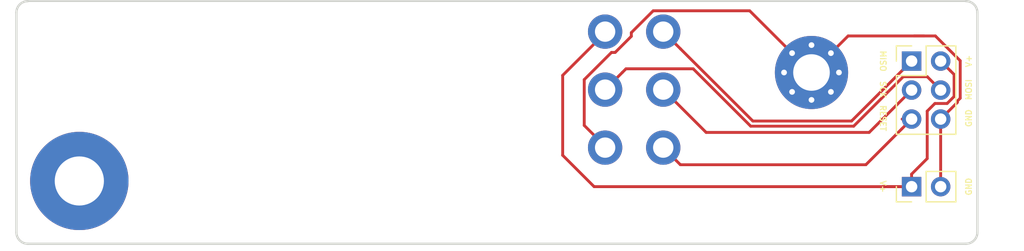
<source format=kicad_pcb>
(kicad_pcb (version 20171130) (host pcbnew 5.0.2+dfsg1-1~bpo9+1)

  (general
    (thickness 1.6)
    (drawings 16)
    (tracks 56)
    (zones 0)
    (modules 5)
    (nets 8)
  )

  (page A4)
  (layers
    (0 F.Cu signal)
    (31 B.Cu signal)
    (32 B.Adhes user)
    (33 F.Adhes user)
    (34 B.Paste user)
    (35 F.Paste user)
    (36 B.SilkS user)
    (37 F.SilkS user)
    (38 B.Mask user)
    (39 F.Mask user)
    (40 Dwgs.User user)
    (41 Cmts.User user)
    (42 Eco1.User user)
    (43 Eco2.User user)
    (44 Edge.Cuts user)
    (45 Margin user)
    (46 B.CrtYd user)
    (47 F.CrtYd user)
    (48 B.Fab user)
    (49 F.Fab user)
  )

  (setup
    (last_trace_width 0.25)
    (trace_clearance 0.2)
    (zone_clearance 0.508)
    (zone_45_only no)
    (trace_min 0.1524)
    (segment_width 0.2)
    (edge_width 0.2)
    (via_size 0.8)
    (via_drill 0.4)
    (via_min_size 0.381)
    (via_min_drill 0.254)
    (uvia_size 0.3)
    (uvia_drill 0.1)
    (uvias_allowed no)
    (uvia_min_size 0.2)
    (uvia_min_drill 0.1)
    (pcb_text_width 0.3)
    (pcb_text_size 1.5 1.5)
    (mod_edge_width 0.15)
    (mod_text_size 1 1)
    (mod_text_width 0.15)
    (pad_size 1.524 1.524)
    (pad_drill 0.762)
    (pad_to_mask_clearance 0.051)
    (solder_mask_min_width 0.25)
    (aux_axis_origin 0 0)
    (visible_elements FFFFFF7F)
    (pcbplotparams
      (layerselection 0x010fc_ffffffff)
      (usegerberextensions false)
      (usegerberattributes false)
      (usegerberadvancedattributes false)
      (creategerberjobfile false)
      (excludeedgelayer true)
      (linewidth 0.100000)
      (plotframeref false)
      (viasonmask false)
      (mode 1)
      (useauxorigin false)
      (hpglpennumber 1)
      (hpglpenspeed 20)
      (hpglpendiameter 15.000000)
      (psnegative false)
      (psa4output false)
      (plotreference true)
      (plotvalue true)
      (plotinvisibletext false)
      (padsonsilk false)
      (subtractmaskfromsilk false)
      (outputformat 1)
      (mirror false)
      (drillshape 1)
      (scaleselection 1)
      (outputdirectory ""))
  )

  (net 0 "")
  (net 1 GND)
  (net 2 /MOSI)
  (net 3 /MISO)
  (net 4 /SCK)
  (net 5 /RESET)
  (net 6 +12V)
  (net 7 /+5V)

  (net_class Default "This is the default net class."
    (clearance 0.2)
    (trace_width 0.25)
    (via_dia 0.8)
    (via_drill 0.4)
    (uvia_dia 0.3)
    (uvia_drill 0.1)
    (add_net /+5V)
    (add_net /MISO)
    (add_net /MOSI)
    (add_net /RESET)
    (add_net /SCK)
    (add_net GND)
  )

  (net_class Power ""
    (clearance 0.4)
    (trace_width 0.5)
    (via_dia 0.8)
    (via_drill 0.4)
    (uvia_dia 0.3)
    (uvia_drill 0.1)
    (add_net +12V)
  )

  (net_class QFN-to-QFP ""
    (clearance 0.16)
    (trace_width 0.2)
    (via_dia 0.8)
    (via_drill 0.4)
    (uvia_dia 0.3)
    (uvia_drill 0.1)
  )

  (module MountingHole:MountingHole_3.2mm_M3_Pad_Via (layer F.Cu) (tedit 5C65C080) (tstamp 5C4C735C)
    (at 108 58)
    (descr "Mounting Hole 3.2mm, M3")
    (tags "mounting hole 3.2mm m3")
    (path /5BEF44E7)
    (attr virtual)
    (fp_text reference H1 (at 0 -4.2) (layer F.SilkS) hide
      (effects (font (size 1 1) (thickness 0.15)))
    )
    (fp_text value MountingHole_Pad (at 0 4.2) (layer F.Fab)
      (effects (font (size 1 1) (thickness 0.15)))
    )
    (fp_text user %R (at 0.3 0) (layer F.Fab)
      (effects (font (size 1 1) (thickness 0.15)))
    )
    (fp_circle (center 0 0) (end 3.2 0) (layer Cmts.User) (width 0.15))
    (fp_circle (center 0 0) (end 3.45 0) (layer F.CrtYd) (width 0.05))
    (pad 1 thru_hole circle (at 0 0) (size 6.4 6.4) (drill 3.2) (layers *.Cu *.Mask)
      (net 1 GND))
    (pad 1 thru_hole circle (at 2.4 0) (size 0.8 0.8) (drill 0.5) (layers *.Cu *.Mask)
      (net 1 GND))
    (pad 1 thru_hole circle (at 1.697056 1.697056) (size 0.8 0.8) (drill 0.5) (layers *.Cu *.Mask)
      (net 1 GND))
    (pad 1 thru_hole circle (at 0 2.4) (size 0.8 0.8) (drill 0.5) (layers *.Cu *.Mask)
      (net 1 GND))
    (pad 1 thru_hole circle (at -1.697056 1.697056) (size 0.8 0.8) (drill 0.5) (layers *.Cu *.Mask)
      (net 1 GND))
    (pad 1 thru_hole circle (at -2.4 0) (size 0.8 0.8) (drill 0.5) (layers *.Cu *.Mask)
      (net 1 GND))
    (pad 1 thru_hole circle (at -1.697056 -1.697056) (size 0.8 0.8) (drill 0.5) (layers *.Cu *.Mask)
      (net 1 GND))
    (pad 1 thru_hole circle (at 0 -2.4) (size 0.8 0.8) (drill 0.5) (layers *.Cu *.Mask)
      (net 1 GND))
    (pad 1 thru_hole circle (at 1.697056 -1.697056) (size 0.8 0.8) (drill 0.5) (layers *.Cu *.Mask)
      (net 1 GND))
  )

  (module MountingHole:MountingHole_4.3mm_M4_Pad (layer F.Cu) (tedit 5C4A370C) (tstamp 5C56F3DF)
    (at 44 67.5)
    (descr "Mounting Hole 4.3mm, M4")
    (tags "mounting hole 4.3mm m4")
    (path /5C18E77E)
    (attr virtual)
    (fp_text reference H2 (at 0 -5.3) (layer F.SilkS) hide
      (effects (font (size 1 1) (thickness 0.15)))
    )
    (fp_text value MountingHole_Pad (at 0 5.3) (layer F.Fab)
      (effects (font (size 1 1) (thickness 0.15)))
    )
    (fp_text user %R (at 0.3 0) (layer F.Fab)
      (effects (font (size 1 1) (thickness 0.15)))
    )
    (fp_circle (center 0 0) (end 4.3 0) (layer Cmts.User) (width 0.15))
    (fp_circle (center 0 0) (end 4.55 0) (layer F.CrtYd) (width 0.05))
    (pad 1 thru_hole circle (at 0 0) (size 8.6 8.6) (drill 4.3) (layers *.Cu *.Mask)
      (net 6 +12V))
  )

  (module Connector_PinHeader_2.54mm:PinHeader_2x03_P2.54mm_Vertical (layer F.Cu) (tedit 5C5E4EE7) (tstamp 5C5E0A2E)
    (at 116.75 57)
    (descr "Through hole straight pin header, 2x03, 2.54mm pitch, double rows")
    (tags "Through hole pin header THT 2x03 2.54mm double row")
    (path /5C64F79C)
    (fp_text reference J_PROGRAMMER_1 (at 1.27 -2.33) (layer F.Fab)
      (effects (font (size 1 1) (thickness 0.15)))
    )
    (fp_text value Conn_02x03_Odd_Even (at 1.27 7.41) (layer F.Fab)
      (effects (font (size 1 1) (thickness 0.15)))
    )
    (fp_line (start 0 -1.27) (end 3.81 -1.27) (layer F.Fab) (width 0.1))
    (fp_line (start 3.81 -1.27) (end 3.81 6.35) (layer F.Fab) (width 0.1))
    (fp_line (start 3.81 6.35) (end -1.27 6.35) (layer F.Fab) (width 0.1))
    (fp_line (start -1.27 6.35) (end -1.27 0) (layer F.Fab) (width 0.1))
    (fp_line (start -1.27 0) (end 0 -1.27) (layer F.Fab) (width 0.1))
    (fp_line (start -1.33 6.41) (end 3.87 6.41) (layer F.SilkS) (width 0.12))
    (fp_line (start -1.33 1.27) (end -1.33 6.41) (layer F.SilkS) (width 0.12))
    (fp_line (start 3.87 -1.33) (end 3.87 6.41) (layer F.SilkS) (width 0.12))
    (fp_line (start -1.33 1.27) (end 1.27 1.27) (layer F.SilkS) (width 0.12))
    (fp_line (start 1.27 1.27) (end 1.27 -1.33) (layer F.SilkS) (width 0.12))
    (fp_line (start 1.27 -1.33) (end 3.87 -1.33) (layer F.SilkS) (width 0.12))
    (fp_line (start -1.33 0) (end -1.33 -1.33) (layer F.SilkS) (width 0.12))
    (fp_line (start -1.33 -1.33) (end 0 -1.33) (layer F.SilkS) (width 0.12))
    (fp_line (start -1.8 -1.8) (end -1.8 6.85) (layer F.CrtYd) (width 0.05))
    (fp_line (start -1.8 6.85) (end 4.35 6.85) (layer F.CrtYd) (width 0.05))
    (fp_line (start 4.35 6.85) (end 4.35 -1.8) (layer F.CrtYd) (width 0.05))
    (fp_line (start 4.35 -1.8) (end -1.8 -1.8) (layer F.CrtYd) (width 0.05))
    (fp_text user %R (at 1.27 2.54 90) (layer F.Fab)
      (effects (font (size 1 1) (thickness 0.15)))
    )
    (pad 1 thru_hole rect (at 0 0) (size 1.7 1.7) (drill 1) (layers *.Cu *.Mask)
      (net 3 /MISO))
    (pad 2 thru_hole oval (at 2.54 0) (size 1.7 1.7) (drill 1) (layers *.Cu *.Mask)
      (net 7 /+5V))
    (pad 3 thru_hole oval (at 0 2.54) (size 1.7 1.7) (drill 1) (layers *.Cu *.Mask)
      (net 4 /SCK))
    (pad 4 thru_hole oval (at 2.54 2.54) (size 1.7 1.7) (drill 1) (layers *.Cu *.Mask)
      (net 2 /MOSI))
    (pad 5 thru_hole oval (at 0 5.08) (size 1.7 1.7) (drill 1) (layers *.Cu *.Mask)
      (net 5 /RESET))
    (pad 6 thru_hole oval (at 2.54 5.08) (size 1.7 1.7) (drill 1) (layers *.Cu *.Mask)
      (net 1 GND))
    (model ${KISYS3DMOD}/Connector_PinHeader_2.54mm.3dshapes/PinHeader_2x03_P2.54mm_Vertical.wrl
      (at (xyz 0 0 0))
      (scale (xyz 1 1 1))
      (rotate (xyz 0 0 0))
    )
  )

  (module connector:CUSTOM_PROGRAMMER_BASE (layer F.Cu) (tedit 5C5E4E72) (tstamp 5C5E2683)
    (at 92.5 59.5)
    (path /5C71B609)
    (fp_text reference J_PROGRAMMER_2 (at 0 2.54) (layer F.Fab)
      (effects (font (size 1 1) (thickness 0.15)))
    )
    (fp_text value Conn_02x03_Odd_Even (at 0 -2.54) (layer F.Fab)
      (effects (font (size 1 1) (thickness 0.15)))
    )
    (pad 6 thru_hole circle (at -2.54 5.08) (size 3 3) (drill 1.778) (layers *.Cu *.Mask)
      (net 1 GND))
    (pad 5 thru_hole circle (at 2.54 5.08) (size 3 3) (drill 1.778) (layers *.Cu *.Mask)
      (net 5 /RESET))
    (pad 4 thru_hole circle (at -2.54 0) (size 3 3) (drill 1.778) (layers *.Cu *.Mask)
      (net 2 /MOSI))
    (pad 3 thru_hole circle (at 2.54 0) (size 3 3) (drill 1.778) (layers *.Cu *.Mask)
      (net 4 /SCK))
    (pad 2 thru_hole circle (at -2.54 -5.08) (size 3 3) (drill 1.778) (layers *.Cu *.Mask)
      (net 7 /+5V))
    (pad 1 thru_hole circle (at 2.54 -5.08) (size 3 3) (drill 1.778) (layers *.Cu *.Mask)
      (net 3 /MISO))
  )

  (module Connector_PinHeader_2.54mm:PinHeader_1x02_P2.54mm_Vertical (layer F.Cu) (tedit 5C5E4ED2) (tstamp 5C5F5421)
    (at 116.75 68 90)
    (descr "Through hole straight pin header, 1x02, 2.54mm pitch, single row")
    (tags "Through hole pin header THT 1x02 2.54mm single row")
    (path /5C63321C)
    (fp_text reference J1 (at 0 -2.33 90) (layer F.Fab)
      (effects (font (size 1 1) (thickness 0.15)))
    )
    (fp_text value Conn_01x02 (at 0 4.87 90) (layer F.Fab)
      (effects (font (size 1 1) (thickness 0.15)))
    )
    (fp_line (start -0.635 -1.27) (end 1.27 -1.27) (layer F.Fab) (width 0.1))
    (fp_line (start 1.27 -1.27) (end 1.27 3.81) (layer F.Fab) (width 0.1))
    (fp_line (start 1.27 3.81) (end -1.27 3.81) (layer F.Fab) (width 0.1))
    (fp_line (start -1.27 3.81) (end -1.27 -0.635) (layer F.Fab) (width 0.1))
    (fp_line (start -1.27 -0.635) (end -0.635 -1.27) (layer F.Fab) (width 0.1))
    (fp_line (start -1.33 3.87) (end 1.33 3.87) (layer F.SilkS) (width 0.12))
    (fp_line (start -1.33 1.27) (end -1.33 3.87) (layer F.SilkS) (width 0.12))
    (fp_line (start 1.33 1.27) (end 1.33 3.87) (layer F.SilkS) (width 0.12))
    (fp_line (start -1.33 1.27) (end 1.33 1.27) (layer F.SilkS) (width 0.12))
    (fp_line (start -1.33 0) (end -1.33 -1.33) (layer F.SilkS) (width 0.12))
    (fp_line (start -1.33 -1.33) (end 0 -1.33) (layer F.SilkS) (width 0.12))
    (fp_line (start -1.8 -1.8) (end -1.8 4.35) (layer F.CrtYd) (width 0.05))
    (fp_line (start -1.8 4.35) (end 1.8 4.35) (layer F.CrtYd) (width 0.05))
    (fp_line (start 1.8 4.35) (end 1.8 -1.8) (layer F.CrtYd) (width 0.05))
    (fp_line (start 1.8 -1.8) (end -1.8 -1.8) (layer F.CrtYd) (width 0.05))
    (fp_text user %R (at 0 1.27 180) (layer F.Fab)
      (effects (font (size 1 1) (thickness 0.15)))
    )
    (pad 1 thru_hole rect (at 0 0 90) (size 1.7 1.7) (drill 1) (layers *.Cu *.Mask)
      (net 7 /+5V))
    (pad 2 thru_hole oval (at 0 2.54 90) (size 1.7 1.7) (drill 1) (layers *.Cu *.Mask)
      (net 1 GND))
    (model ${KISYS3DMOD}/Connector_PinHeader_2.54mm.3dshapes/PinHeader_1x02_P2.54mm_Vertical.wrl
      (at (xyz 0 0 0))
      (scale (xyz 1 1 1))
      (rotate (xyz 0 0 0))
    )
  )

  (gr_text V+ (at 114.25 68 270) (layer F.SilkS) (tstamp 5C5F56C0)
    (effects (font (size 0.5 0.5) (thickness 0.1)))
  )
  (gr_text GND (at 121.75 68 90) (layer F.SilkS) (tstamp 5C5F56B9)
    (effects (font (size 0.5 0.5) (thickness 0.1)))
  )
  (gr_text RESET (at 114.25 62 270) (layer F.SilkS) (tstamp 5C5F5603)
    (effects (font (size 0.5 0.5) (thickness 0.1)))
  )
  (gr_text SCK (at 114.25 59.5 270) (layer F.SilkS) (tstamp 5C5F5603)
    (effects (font (size 0.5 0.5) (thickness 0.1)))
  )
  (gr_text MISO (at 114.25 57 270) (layer F.SilkS) (tstamp 5C5F5603)
    (effects (font (size 0.5 0.5) (thickness 0.1)))
  )
  (gr_text GND (at 121.75 62 90) (layer F.SilkS) (tstamp 5C5F5603)
    (effects (font (size 0.5 0.5) (thickness 0.1)))
  )
  (gr_text MOSI (at 121.75 59.5 90) (layer F.SilkS)
    (effects (font (size 0.5 0.5) (thickness 0.1)))
  )
  (gr_text V+ (at 121.75 57 90) (layer F.SilkS)
    (effects (font (size 0.5 0.5) (thickness 0.1)))
  )
  (gr_arc (start 121.5 72) (end 121.5 73) (angle -90) (layer Edge.Cuts) (width 0.2) (tstamp 5C5F55E2))
  (gr_arc (start 39.5 72) (end 38.5 72) (angle -90) (layer Edge.Cuts) (width 0.2) (tstamp 5C5F55DC))
  (gr_arc (start 121.5 52.75) (end 122.5 52.75) (angle -90) (layer Edge.Cuts) (width 0.2) (tstamp 5C4D0458))
  (gr_line (start 121.5 73) (end 39.5 73) (layer Edge.Cuts) (width 0.2) (tstamp 5C5F55DF))
  (gr_arc (start 39.5 52.75) (end 39.5 51.75) (angle -90) (layer Edge.Cuts) (width 0.2))
  (gr_line (start 38.5 72) (end 38.5 52.75) (layer Edge.Cuts) (width 0.2))
  (gr_line (start 122.5 72) (end 122.5 52.75) (layer Edge.Cuts) (width 0.2) (tstamp 5C4C48A1))
  (gr_line (start 39.5 51.75) (end 121.5 51.75) (layer Edge.Cuts) (width 0.15) (tstamp 5C4BDD76))

  (segment (start 119.29 68) (end 119.29 62.08) (width 0.25) (layer F.Cu) (net 1) (status 30))
  (segment (start 121 56.970998) (end 118.829003 54.800001) (width 0.25) (layer F.Cu) (net 1))
  (segment (start 120.75 60.62) (end 120.75 60.5) (width 0.25) (layer F.Cu) (net 1))
  (segment (start 120.75 60.5) (end 121 60.25) (width 0.25) (layer F.Cu) (net 1))
  (segment (start 111.199999 54.800001) (end 108 58) (width 0.25) (layer F.Cu) (net 1) (status 20))
  (segment (start 119.29 62.08) (end 120.75 60.62) (width 0.25) (layer F.Cu) (net 1) (status 10))
  (segment (start 121 60.25) (end 121 56.970998) (width 0.25) (layer F.Cu) (net 1))
  (segment (start 90 64.5) (end 88.134999 62.634999) (width 0.25) (layer F.Cu) (net 1) (status 10))
  (segment (start 88.134999 62.634999) (end 88.134999 58.623999) (width 0.25) (layer F.Cu) (net 1))
  (segment (start 90.836001 56.245001) (end 92.25 54.831002) (width 0.25) (layer F.Cu) (net 1))
  (segment (start 88.134999 58.623999) (end 90.513997 56.245001) (width 0.25) (layer F.Cu) (net 1))
  (segment (start 90.513997 56.245001) (end 90.836001 56.245001) (width 0.25) (layer F.Cu) (net 1))
  (segment (start 102.594999 52.594999) (end 108 58) (width 0.25) (layer F.Cu) (net 1) (status 20))
  (segment (start 94.163999 52.594999) (end 102.594999 52.594999) (width 0.25) (layer F.Cu) (net 1))
  (segment (start 92.25 54.508998) (end 94.163999 52.594999) (width 0.25) (layer F.Cu) (net 1))
  (segment (start 92.25 54.831002) (end 92.25 54.508998) (width 0.25) (layer F.Cu) (net 1))
  (segment (start 118.829003 54.800001) (end 117 54.800001) (width 0.25) (layer F.Cu) (net 1))
  (segment (start 117 54.800001) (end 111.199999 54.800001) (width 0.25) (layer F.Cu) (net 1))
  (segment (start 117.829003 54.800001) (end 117 54.800001) (width 0.25) (layer F.Cu) (net 1))
  (segment (start 111.6864 62.700011) (end 102.6836 62.700011) (width 0.25) (layer F.Cu) (net 2))
  (segment (start 97.658589 57.674999) (end 91.785001 57.674999) (width 0.25) (layer F.Cu) (net 2))
  (segment (start 91.785001 57.674999) (end 91.459999 58.000001) (width 0.25) (layer F.Cu) (net 2))
  (segment (start 116.021411 58.364999) (end 111.6864 62.700011) (width 0.25) (layer F.Cu) (net 2))
  (segment (start 118.114999 58.364999) (end 116.021411 58.364999) (width 0.25) (layer F.Cu) (net 2))
  (segment (start 91.459999 58.000001) (end 89.96 59.5) (width 0.25) (layer F.Cu) (net 2))
  (segment (start 119.29 59.54) (end 118.114999 58.364999) (width 0.25) (layer F.Cu) (net 2))
  (segment (start 102.6836 62.700011) (end 97.658589 57.674999) (width 0.25) (layer F.Cu) (net 2))
  (segment (start 96.539999 55.919999) (end 95.04 54.42) (width 0.25) (layer F.Cu) (net 3))
  (segment (start 102.87 62.25) (end 96.539999 55.919999) (width 0.25) (layer F.Cu) (net 3))
  (segment (start 111.5 62.25) (end 102.87 62.25) (width 0.25) (layer F.Cu) (net 3))
  (segment (start 116.75 57) (end 111.5 62.25) (width 0.25) (layer F.Cu) (net 3))
  (segment (start 116.75 59.54) (end 113.04 63.25) (width 0.25) (layer F.Cu) (net 4))
  (segment (start 98.79 63.25) (end 95.04 59.5) (width 0.25) (layer F.Cu) (net 4))
  (segment (start 113.04 63.25) (end 98.79 63.25) (width 0.25) (layer F.Cu) (net 4))
  (segment (start 116.75 62.08) (end 115.92 62.08) (width 0.25) (layer F.Cu) (net 5) (status 30))
  (segment (start 112.750001 66.079999) (end 115.900001 62.929999) (width 0.25) (layer F.Cu) (net 5))
  (segment (start 96.539999 66.079999) (end 112.750001 66.079999) (width 0.25) (layer F.Cu) (net 5))
  (segment (start 115.900001 62.929999) (end 116.75 62.08) (width 0.25) (layer F.Cu) (net 5))
  (segment (start 95.04 64.58) (end 96.539999 66.079999) (width 0.25) (layer F.Cu) (net 5))
  (segment (start 89.96 54.46) (end 90 54.5) (width 0.25) (layer B.Cu) (net 7) (status 30))
  (segment (start 89.96 54.42) (end 89.96 54.46) (width 0.25) (layer B.Cu) (net 7) (status 30))
  (segment (start 120.465001 60.104001) (end 120.465001 58.175001) (width 0.25) (layer F.Cu) (net 7))
  (segment (start 119.854001 60.715001) (end 120.465001 60.104001) (width 0.25) (layer F.Cu) (net 7))
  (segment (start 120.139999 57.849999) (end 119.29 57) (width 0.25) (layer F.Cu) (net 7) (status 30))
  (segment (start 118.114999 61.385001) (end 118.784999 60.715001) (width 0.25) (layer F.Cu) (net 7))
  (segment (start 118.784999 60.715001) (end 119.854001 60.715001) (width 0.25) (layer F.Cu) (net 7))
  (segment (start 118.114999 65.535001) (end 118.114999 61.385001) (width 0.25) (layer F.Cu) (net 7))
  (segment (start 120.465001 58.175001) (end 120.139999 57.849999) (width 0.25) (layer F.Cu) (net 7) (status 20))
  (segment (start 116.75 66.9) (end 118.114999 65.535001) (width 0.25) (layer F.Cu) (net 7))
  (segment (start 116.75 68) (end 116.75 66.9) (width 0.25) (layer F.Cu) (net 7) (status 10))
  (segment (start 90 54.5) (end 86.25 58.25) (width 0.25) (layer F.Cu) (net 7) (status 10))
  (segment (start 86.25 58.25) (end 86.25 65.25) (width 0.25) (layer F.Cu) (net 7))
  (segment (start 86.25 65.25) (end 89 68) (width 0.25) (layer F.Cu) (net 7))
  (segment (start 116.75 68) (end 114.25 68) (width 0.25) (layer F.Cu) (net 7) (status 10))
  (segment (start 114.25 68) (end 115.75 68) (width 0.25) (layer F.Cu) (net 7))
  (segment (start 89 68) (end 114.25 68) (width 0.25) (layer F.Cu) (net 7))

)

</source>
